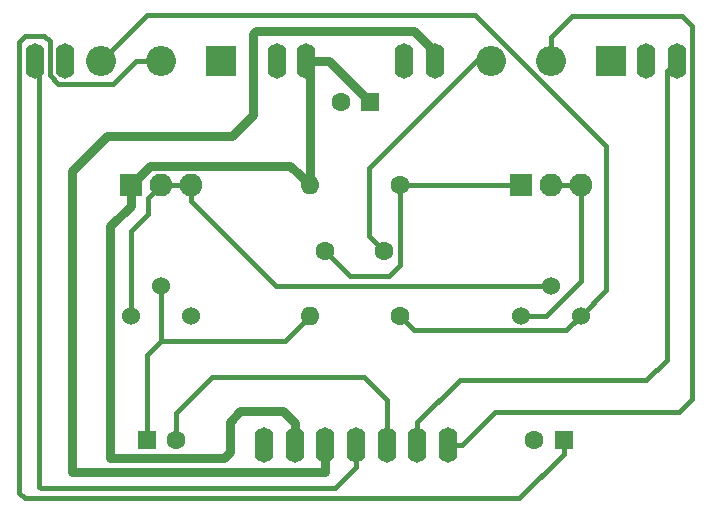
<source format=gbr>
G04 #@! TF.GenerationSoftware,KiCad,Pcbnew,(5.1.5-0-10_14)*
G04 #@! TF.CreationDate,2021-11-26T18:20:29+01:00*
G04 #@! TF.ProjectId,npnium,6e706e69-756d-42e6-9b69-6361645f7063,rev?*
G04 #@! TF.SameCoordinates,Original*
G04 #@! TF.FileFunction,Copper,L1,Top*
G04 #@! TF.FilePolarity,Positive*
%FSLAX46Y46*%
G04 Gerber Fmt 4.6, Leading zero omitted, Abs format (unit mm)*
G04 Created by KiCad (PCBNEW (5.1.5-0-10_14)) date 2021-11-26 18:20:29*
%MOMM*%
%LPD*%
G04 APERTURE LIST*
%ADD10C,1.524000*%
%ADD11C,1.600000*%
%ADD12R,1.600000X1.600000*%
%ADD13O,1.930400X1.930400*%
%ADD14R,1.930400X1.930400*%
%ADD15O,1.600000X1.600000*%
%ADD16O,1.600000X3.000000*%
%ADD17O,2.540000X2.540000*%
%ADD18R,2.540000X2.540000*%
%ADD19C,0.400000*%
%ADD20C,0.800000*%
G04 APERTURE END LIST*
D10*
X86040000Y-100000000D03*
X83500000Y-97460000D03*
X80960000Y-100000000D03*
X119040000Y-100000000D03*
X116500000Y-97460000D03*
X113960000Y-100000000D03*
D11*
X115100000Y-110500000D03*
D12*
X117600000Y-110500000D03*
D13*
X119040000Y-88900000D03*
X116500000Y-88900000D03*
D14*
X113960000Y-88900000D03*
D13*
X86040000Y-88900000D03*
X83500000Y-88900000D03*
D14*
X80960000Y-88900000D03*
D15*
X96080000Y-88900000D03*
D11*
X103700000Y-88900000D03*
D15*
X96080000Y-100000000D03*
D11*
X103700000Y-100000000D03*
D16*
X106700000Y-78400000D03*
X127200000Y-78400000D03*
X100000000Y-110900000D03*
X104100000Y-78400000D03*
X97400000Y-110900000D03*
X124600000Y-78400000D03*
X105200000Y-110900000D03*
X75400000Y-78400000D03*
X72800000Y-78400000D03*
X94800000Y-110900000D03*
X92200000Y-110900000D03*
X107800000Y-110900000D03*
X102600000Y-110900000D03*
X95800000Y-78400000D03*
X93300000Y-78400000D03*
D11*
X98700000Y-81900000D03*
D12*
X101200000Y-81900000D03*
D11*
X97400000Y-94500000D03*
X102400000Y-94500000D03*
X84800000Y-110500000D03*
D12*
X82300000Y-110500000D03*
D17*
X111420000Y-78400000D03*
X116500000Y-78400000D03*
D18*
X121580000Y-78400000D03*
D17*
X78420000Y-78400000D03*
X83500000Y-78400000D03*
D18*
X88580000Y-78400000D03*
D19*
X82300000Y-103300000D02*
X83500000Y-102100000D01*
X82300000Y-110500000D02*
X82300000Y-103300000D01*
X83500000Y-102100000D02*
X93980000Y-102100000D01*
X93980000Y-102100000D02*
X96080000Y-100000000D01*
X83500000Y-101000000D02*
X83500000Y-97460000D01*
X83500000Y-102100000D02*
X83500000Y-101000000D01*
X103700000Y-88900000D02*
X113960000Y-88900000D01*
X103700000Y-95700000D02*
X103700000Y-90031370D01*
X102800000Y-96600000D02*
X103700000Y-95700000D01*
X103700000Y-90031370D02*
X103700000Y-88900000D01*
X99500000Y-96600000D02*
X102800000Y-96600000D01*
X97400000Y-94500000D02*
X99500000Y-96600000D01*
X101100000Y-87500000D02*
X110200000Y-78400000D01*
X110200000Y-78400000D02*
X111420000Y-78400000D01*
X101100000Y-93200000D02*
X101100000Y-87500000D01*
X102400000Y-94500000D02*
X101100000Y-93200000D01*
D20*
X95280001Y-88100001D02*
X96080000Y-88900000D01*
X82585201Y-87274799D02*
X94454799Y-87274799D01*
X94454799Y-87274799D02*
X95280001Y-88100001D01*
X80960000Y-88900000D02*
X82585201Y-87274799D01*
X96080000Y-78680000D02*
X95800000Y-78400000D01*
X96080000Y-88900000D02*
X96080000Y-78680000D01*
X97700000Y-78400000D02*
X95800000Y-78400000D01*
X101200000Y-81900000D02*
X97700000Y-78400000D01*
X79200000Y-112000000D02*
X79200000Y-92425200D01*
X88800000Y-112000000D02*
X79200000Y-112000000D01*
X80960000Y-90665200D02*
X80960000Y-88900000D01*
X89300000Y-109000000D02*
X89300000Y-111500000D01*
X94800000Y-110900000D02*
X94800000Y-109100000D01*
X90200000Y-108100000D02*
X89300000Y-109000000D01*
X93800000Y-108100000D02*
X90200000Y-108100000D01*
X79200000Y-92425200D02*
X80960000Y-90665200D01*
X89300000Y-111500000D02*
X88800000Y-112000000D01*
X94800000Y-109100000D02*
X93800000Y-108100000D01*
X97400000Y-113200000D02*
X97400000Y-110900000D01*
X78900000Y-84800000D02*
X76000000Y-87700000D01*
X89500000Y-84800000D02*
X78900000Y-84800000D01*
X91300000Y-83000000D02*
X89500000Y-84800000D01*
X76000000Y-87700000D02*
X76000000Y-113200000D01*
X91300000Y-76100000D02*
X91300000Y-83000000D01*
X104900000Y-75900000D02*
X91500000Y-75900000D01*
X91500000Y-75900000D02*
X91300000Y-76100000D01*
X106700000Y-77700000D02*
X104900000Y-75900000D01*
X76000000Y-113200000D02*
X97400000Y-113200000D01*
X106700000Y-78400000D02*
X106700000Y-77700000D01*
D19*
X83500000Y-88900000D02*
X86040000Y-88900000D01*
X82400000Y-91400000D02*
X82400000Y-90000000D01*
X80960000Y-92840000D02*
X82400000Y-91400000D01*
X82400000Y-90000000D02*
X83500000Y-88900000D01*
X80960000Y-100000000D02*
X80960000Y-92840000D01*
X93235002Y-97460000D02*
X115422370Y-97460000D01*
X86040000Y-90264998D02*
X93235002Y-97460000D01*
X115422370Y-97460000D02*
X116500000Y-97460000D01*
X86040000Y-88900000D02*
X86040000Y-90264998D01*
X116500000Y-88900000D02*
X119040000Y-88900000D01*
X113960000Y-100000000D02*
X116100000Y-100000000D01*
X119040000Y-90264998D02*
X119040000Y-88900000D01*
X116100000Y-100000000D02*
X119040000Y-97060000D01*
X119040000Y-97060000D02*
X119040000Y-90264998D01*
X100000000Y-112800000D02*
X100000000Y-110900000D01*
X73300000Y-114600000D02*
X98200000Y-114600000D01*
X73200000Y-114500000D02*
X73300000Y-114600000D01*
X98200000Y-114600000D02*
X100000000Y-112800000D01*
X73200000Y-78800000D02*
X73200000Y-114500000D01*
X72800000Y-78400000D02*
X73200000Y-78800000D01*
X113839990Y-115460010D02*
X117600000Y-111700000D01*
X71960010Y-115460010D02*
X113839990Y-115460010D01*
X71500000Y-115000000D02*
X71960010Y-115460010D01*
X117600000Y-111700000D02*
X117600000Y-110500000D01*
X71500000Y-76800000D02*
X71500000Y-115000000D01*
X72000000Y-76300000D02*
X71500000Y-76800000D01*
X74060010Y-76760010D02*
X73600000Y-76300000D01*
X73600000Y-76300000D02*
X72000000Y-76300000D01*
X74060010Y-79621913D02*
X74060010Y-76760010D01*
X74798107Y-80360010D02*
X74060010Y-79621913D01*
X79439990Y-80360010D02*
X74798107Y-80360010D01*
X81400000Y-78400000D02*
X79439990Y-80360010D01*
X83500000Y-78400000D02*
X81400000Y-78400000D01*
X126300000Y-79300000D02*
X127200000Y-78400000D01*
X126300000Y-103700000D02*
X126300000Y-79300000D01*
X124600000Y-105400000D02*
X126300000Y-103700000D01*
X108800000Y-105400000D02*
X124600000Y-105400000D01*
X105200000Y-109000000D02*
X108800000Y-105400000D01*
X105200000Y-110900000D02*
X105200000Y-109000000D01*
X117817999Y-101222001D02*
X119040000Y-100000000D01*
X104922001Y-101222001D02*
X117817999Y-101222001D01*
X103700000Y-100000000D02*
X104922001Y-101222001D01*
X79689999Y-77130001D02*
X78420000Y-78400000D01*
X110080402Y-74500000D02*
X82320000Y-74500000D01*
X121200000Y-85619598D02*
X110080402Y-74500000D01*
X121200000Y-97840000D02*
X121200000Y-85619598D01*
X82320000Y-74500000D02*
X79689999Y-77130001D01*
X119040000Y-100000000D02*
X121200000Y-97840000D01*
X100700000Y-105200000D02*
X102600000Y-107100000D01*
X102600000Y-107100000D02*
X102600000Y-110900000D01*
X87800000Y-105200000D02*
X100700000Y-105200000D01*
X84800000Y-108200000D02*
X87800000Y-105200000D01*
X84800000Y-110500000D02*
X84800000Y-108200000D01*
X116500000Y-76400000D02*
X116500000Y-78400000D01*
X118300000Y-74600000D02*
X116500000Y-76400000D01*
X127600000Y-74600000D02*
X118300000Y-74600000D01*
X128460010Y-75460010D02*
X127600000Y-74600000D01*
X127339990Y-108160010D02*
X128460010Y-107039990D01*
X111739990Y-108160010D02*
X127339990Y-108160010D01*
X128460010Y-107039990D02*
X128460010Y-75460010D01*
X109000000Y-110900000D02*
X111739990Y-108160010D01*
X107800000Y-110900000D02*
X109000000Y-110900000D01*
M02*

</source>
